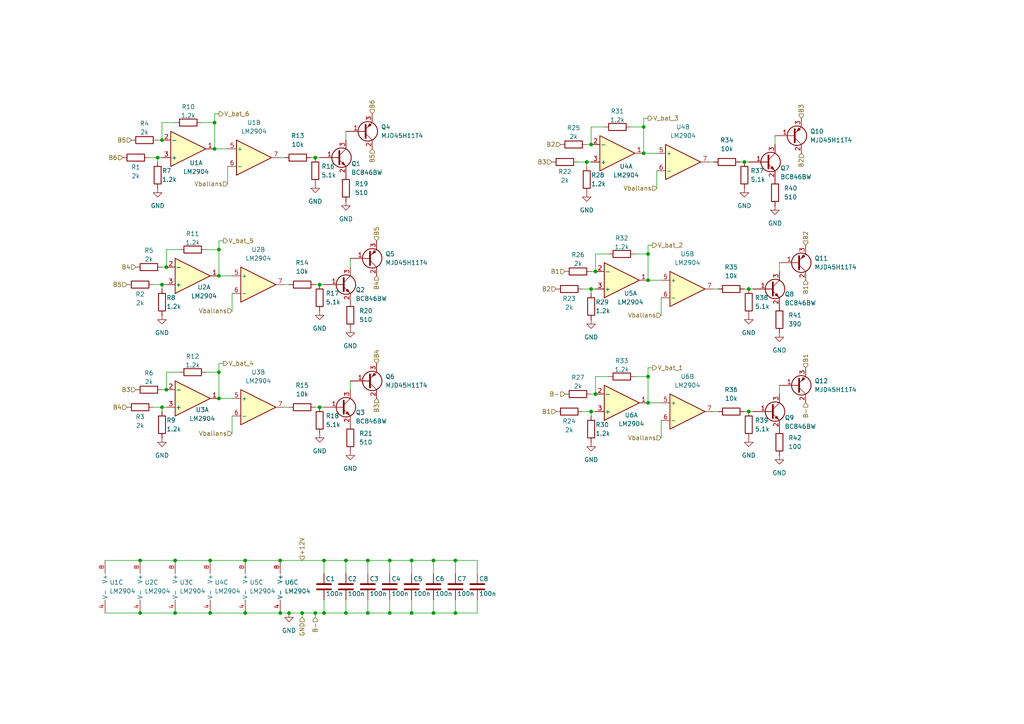
<source format=kicad_sch>
(kicad_sch (version 20231120) (generator "eeschema") (generator_version "8.0")
  (paper "A4")
  (lib_symbols
    (symbol "Amplifier_Operational:LM2904" (pin_names (offset 0.127))
      (property "Reference" "U" (at 0 5.08 0))
      (property "Value" "LM2904" (at 0 -5.08 0))
      (symbol "LM2904_1_1"
        (polyline (pts (xy -5.08 5.08) (xy 5.08 0) (xy -5.08 -5.08) (xy -5.08 5.08)) (stroke (width 0.254)) (fill (type background)))
        (pin output line (at 7.62 0 180) (length 2.54) (name "~") (number "1"))
        (pin input line (at -7.62 -2.54 0) (length 2.54) (name "-") (number "2"))
        (pin input line (at -7.62 2.54 0) (length 2.54) (name "+") (number "3"))
      )
      (symbol "LM2904_2_1"
        (polyline (pts (xy -5.08 5.08) (xy 5.08 0) (xy -5.08 -5.08) (xy -5.08 5.08)) (stroke (width 0.254)) (fill (type background)))
        (pin input line (at -7.62 2.54 0) (length 2.54) (name "+") (number "5"))
        (pin input line (at -7.62 -2.54 0) (length 2.54) (name "-") (number "6"))
        (pin output line (at 7.62 0 180) (length 2.54) (name "~") (number "7"))
      )
      (symbol "LM2904_3_1"
        (pin power_in line (at -2.54 -7.62 90) (length 3.81) (name "V-") (number "4"))
        (pin power_in line (at -2.54 7.62 270) (length 3.81) (name "V+") (number "8"))
      )
    )
    (symbol "Device:C" (pin_numbers hide) (pin_names (offset 0.254))
      (property "Reference" "C" (at 0.635 2.54 0))
      (property "Value" "C" (at 0.635 -2.54 0))
      (symbol "C_0_1"
        (polyline (pts (xy -2.032 -0.762) (xy 2.032 -0.762)) (stroke (width 0.508)))
        (polyline (pts (xy -2.032 0.762) (xy 2.032 0.762)) (stroke (width 0.508)))
      )
      (symbol "C_1_1"
        (pin passive line (at 0 3.81 270) (length 2.794) (name "~") (number "1"))
        (pin passive line (at 0 -3.81 90) (length 2.794) (name "~") (number "2"))
      )
    )
    (symbol "Device:Q_PNP_BCE" (pin_names (offset 0) hide)
      (property "Reference" "Q" (at 5.08 1.27 0))
      (property "Value" "Q_PNP_BCE" (at 5.08 -1.27 0))
      (symbol "Q_PNP_BCE_0_1"
        (polyline (pts (xy 0.635 0.635) (xy 2.54 2.54)))
        (polyline (pts (xy 0.635 -0.635) (xy 2.54 -2.54) (xy 2.54 -2.54)))
        (polyline (pts (xy 0.635 1.905) (xy 0.635 -1.905) (xy 0.635 -1.905)) (stroke (width 0.508)))
        (polyline (pts (xy 2.286 -1.778) (xy 1.778 -2.286) (xy 1.27 -1.27) (xy 2.286 -1.778) (xy 2.286 -1.778)) (fill (type outline)))
        (circle (center 1.27 0) (radius 2.8194) (stroke (width 0.254)))
      )
      (symbol "Q_PNP_BCE_1_1"
        (pin input line (at -5.08 0 0) (length 5.715) (name "B") (number "1"))
        (pin passive line (at 2.54 5.08 270) (length 2.54) (name "C") (number "2"))
        (pin passive line (at 2.54 -5.08 90) (length 2.54) (name "E") (number "3"))
      )
    )
    (symbol "Device:R" (pin_numbers hide) (pin_names (offset 0))
      (property "Reference" "R" (at 2.032 0 90))
      (property "Value" "R" (at 0 0 90))
      (symbol "R_0_1"
        (rectangle (start -1.016 -2.54) (end 1.016 2.54) (stroke (width 0.254)))
      )
      (symbol "R_1_1"
        (pin passive line (at 0 3.81 270) (length 1.27) (name "~") (number "1"))
        (pin passive line (at 0 -3.81 90) (length 1.27) (name "~") (number "2"))
      )
    )
    (symbol "Transistor_BJT:BC846" (pin_names (offset 0) hide)
      (property "Reference" "Q" (at 5.08 1.905 0))
      (property "Value" "BC846" (at 5.08 0 0))
      (symbol "BC846_0_1"
        (polyline (pts (xy 0.635 0.635) (xy 2.54 2.54)))
        (polyline (pts (xy 0.635 -0.635) (xy 2.54 -2.54) (xy 2.54 -2.54)))
        (polyline (pts (xy 0.635 1.905) (xy 0.635 -1.905) (xy 0.635 -1.905)) (stroke (width 0.508)))
        (polyline (pts (xy 1.27 -1.778) (xy 1.778 -1.27) (xy 2.286 -2.286) (xy 1.27 -1.778) (xy 1.27 -1.778)) (fill (type outline)))
        (circle (center 1.27 0) (radius 2.8194) (stroke (width 0.254)))
      )
      (symbol "BC846_1_1"
        (pin input line (at -5.08 0 0) (length 5.715) (name "B") (number "1"))
        (pin passive line (at 2.54 -5.08 90) (length 2.54) (name "E") (number "2"))
        (pin passive line (at 2.54 5.08 270) (length 2.54) (name "C") (number "3"))
      )
    )
    (symbol "power:GND" (power) (pin_numbers hide) (pin_names (offset 0) hide)
      (property "Value" "GND" (at 0 -3.81 0))
      (symbol "GND_0_1"
        (polyline (pts (xy 0 0) (xy 0 -1.27) (xy 1.27 -1.27) (xy 0 -2.54) (xy -1.27 -1.27) (xy 0 -1.27)))
      )
      (symbol "GND_1_1"
        (pin power_in line (at 0 0 270) (length 0) (name "~") (number "1"))
      )
    )
  )
  (junction (at 63.5 115.57))
  (junction (at 171.45 41.91))
  (junction (at 46.99 82.55))
  (junction (at 60.96 177.8))
  (junction (at 215.9 46.99))
  (junction (at 81.28 162.56))
  (junction (at 63.5 107.95))
  (junction (at 62.23 35.56))
  (junction (at 62.23 43.18))
  (junction (at 83.82 177.8))
  (junction (at 63.5 80.01))
  (junction (at 91.44 177.8))
  (junction (at 40.64 162.56))
  (junction (at 48.26 77.47))
  (junction (at 100.33 162.56))
  (junction (at 187.96 81.28))
  (junction (at 217.17 119.38))
  (junction (at 45.72 45.72))
  (junction (at 113.03 162.56))
  (junction (at 93.98 162.56))
  (junction (at 113.03 177.8))
  (junction (at 60.96 162.56))
  (junction (at 119.38 162.56))
  (junction (at 106.68 177.8))
  (junction (at 93.98 177.8))
  (junction (at 46.99 40.64))
  (junction (at 171.45 119.38))
  (junction (at 119.38 177.8))
  (junction (at 186.69 44.45))
  (junction (at 170.18 46.99))
  (junction (at 187.96 73.66))
  (junction (at 171.45 83.82))
  (junction (at 40.64 177.8))
  (junction (at 87.63 177.8))
  (junction (at 125.73 177.8))
  (junction (at 187.96 109.22))
  (junction (at 217.17 83.82))
  (junction (at 50.8 177.8))
  (junction (at 46.99 118.11))
  (junction (at 81.28 177.8))
  (junction (at 100.33 177.8))
  (junction (at 172.72 78.74))
  (junction (at 172.72 114.3))
  (junction (at 71.12 177.8))
  (junction (at 187.96 116.84))
  (junction (at 50.8 162.56))
  (junction (at 186.69 36.83))
  (junction (at 63.5 72.39))
  (junction (at 91.44 45.72))
  (junction (at 48.26 113.03))
  (junction (at 92.71 82.55))
  (junction (at 106.68 162.56))
  (junction (at 132.08 162.56))
  (junction (at 125.73 162.56))
  (junction (at 132.08 177.8))
  (junction (at 92.71 118.11))
  (junction (at 71.12 162.56))
  (wire (pts (xy 71.12 162.56) (xy 81.28 162.56)))
  (wire (pts (xy 83.82 177.8) (xy 87.63 177.8)))
  (wire (pts (xy 171.45 83.82) (xy 171.45 85.09)))
  (wire (pts (xy 172.72 73.66) (xy 176.53 73.66)))
  (wire (pts (xy 132.08 162.56) (xy 132.08 166.37)))
  (wire (pts (xy 172.72 109.22) (xy 172.72 114.3)))
  (wire (pts (xy 48.26 107.95) (xy 52.07 107.95)))
  (wire (pts (xy 91.44 82.55) (xy 92.71 82.55)))
  (wire (pts (xy 171.45 36.83) (xy 175.26 36.83)))
  (wire (pts (xy 48.26 82.55) (xy 46.99 82.55)))
  (wire (pts (xy 184.15 73.66) (xy 187.96 73.66)))
  (wire (pts (xy 132.08 162.56) (xy 138.43 162.56)))
  (wire (pts (xy 172.72 83.82) (xy 171.45 83.82)))
  (wire (pts (xy 40.64 162.56) (xy 50.8 162.56)))
  (wire (pts (xy 62.23 35.56) (xy 62.23 43.18)))
  (wire (pts (xy 62.23 33.02) (xy 62.23 35.56)))
  (wire (pts (xy 113.03 162.56) (xy 113.03 166.37)))
  (wire (pts (xy 226.06 76.2) (xy 226.06 78.74)))
  (wire (pts (xy 63.5 72.39) (xy 63.5 80.01)))
  (wire (pts (xy 63.5 105.41) (xy 63.5 107.95)))
  (wire (pts (xy 93.98 162.56) (xy 93.98 166.37)))
  (wire (pts (xy 171.45 46.99) (xy 170.18 46.99)))
  (wire (pts (xy 113.03 177.8) (xy 119.38 177.8)))
  (wire (pts (xy 44.45 118.11) (xy 46.99 118.11)))
  (wire (pts (xy 46.99 35.56) (xy 50.8 35.56)))
  (wire (pts (xy 215.9 83.82) (xy 217.17 83.82)))
  (wire (pts (xy 82.55 82.55) (xy 83.82 82.55)))
  (wire (pts (xy 170.18 46.99) (xy 170.18 48.26)))
  (wire (pts (xy 93.98 173.99) (xy 93.98 177.8)))
  (wire (pts (xy 66.04 48.26) (xy 66.04 53.34)))
  (wire (pts (xy 63.5 69.85) (xy 64.77 69.85)))
  (wire (pts (xy 87.63 177.8) (xy 87.63 179.07)))
  (wire (pts (xy 63.5 69.85) (xy 63.5 72.39)))
  (wire (pts (xy 92.71 118.11) (xy 93.98 118.11)))
  (wire (pts (xy 217.17 83.82) (xy 218.44 83.82)))
  (wire (pts (xy 207.01 119.38) (xy 208.28 119.38)))
  (wire (pts (xy 214.63 46.99) (xy 215.9 46.99)))
  (wire (pts (xy 45.72 40.64) (xy 46.99 40.64)))
  (wire (pts (xy 187.96 34.29) (xy 186.69 34.29)))
  (wire (pts (xy 187.96 106.68) (xy 187.96 109.22)))
  (wire (pts (xy 62.23 43.18) (xy 66.04 43.18)))
  (wire (pts (xy 46.99 82.55) (xy 46.99 83.82)))
  (wire (pts (xy 171.45 119.38) (xy 171.45 120.65)))
  (wire (pts (xy 63.5 115.57) (xy 67.31 115.57)))
  (wire (pts (xy 187.96 73.66) (xy 187.96 71.12)))
  (wire (pts (xy 125.73 173.99) (xy 125.73 177.8)))
  (wire (pts (xy 46.99 118.11) (xy 46.99 119.38)))
  (wire (pts (xy 186.69 44.45) (xy 190.5 44.45)))
  (wire (pts (xy 71.12 177.8) (xy 81.28 177.8)))
  (wire (pts (xy 46.99 35.56) (xy 46.99 40.64)))
  (wire (pts (xy 171.45 36.83) (xy 171.45 41.91)))
  (wire (pts (xy 100.33 38.1) (xy 100.33 40.64)))
  (wire (pts (xy 91.44 177.8) (xy 91.44 179.07)))
  (wire (pts (xy 113.03 173.99) (xy 113.03 177.8)))
  (wire (pts (xy 125.73 177.8) (xy 132.08 177.8)))
  (wire (pts (xy 190.5 49.53) (xy 190.5 54.61)))
  (wire (pts (xy 91.44 45.72) (xy 92.71 45.72)))
  (wire (pts (xy 67.31 120.65) (xy 67.31 125.73)))
  (wire (pts (xy 101.6 110.49) (xy 101.6 113.03)))
  (wire (pts (xy 43.18 45.72) (xy 45.72 45.72)))
  (wire (pts (xy 48.26 118.11) (xy 46.99 118.11)))
  (wire (pts (xy 106.68 162.56) (xy 113.03 162.56)))
  (wire (pts (xy 50.8 177.8) (xy 60.96 177.8)))
  (wire (pts (xy 172.72 119.38) (xy 171.45 119.38)))
  (wire (pts (xy 44.45 82.55) (xy 46.99 82.55)))
  (wire (pts (xy 100.33 162.56) (xy 106.68 162.56)))
  (wire (pts (xy 90.17 45.72) (xy 91.44 45.72)))
  (wire (pts (xy 187.96 109.22) (xy 187.96 116.84)))
  (wire (pts (xy 191.77 86.36) (xy 191.77 91.44)))
  (wire (pts (xy 132.08 177.8) (xy 138.43 177.8)))
  (wire (pts (xy 46.99 113.03) (xy 48.26 113.03)))
  (wire (pts (xy 207.01 83.82) (xy 208.28 83.82)))
  (wire (pts (xy 172.72 109.22) (xy 176.53 109.22)))
  (wire (pts (xy 100.33 177.8) (xy 106.68 177.8)))
  (wire (pts (xy 182.88 36.83) (xy 186.69 36.83)))
  (wire (pts (xy 48.26 72.39) (xy 52.07 72.39)))
  (wire (pts (xy 64.77 105.41) (xy 63.5 105.41)))
  (wire (pts (xy 125.73 162.56) (xy 132.08 162.56)))
  (wire (pts (xy 119.38 177.8) (xy 125.73 177.8)))
  (wire (pts (xy 119.38 162.56) (xy 125.73 162.56)))
  (wire (pts (xy 106.68 162.56) (xy 106.68 166.37)))
  (wire (pts (xy 59.69 107.95) (xy 63.5 107.95)))
  (wire (pts (xy 40.64 177.8) (xy 50.8 177.8)))
  (wire (pts (xy 50.8 162.56) (xy 60.96 162.56)))
  (wire (pts (xy 224.79 39.37) (xy 224.79 41.91)))
  (wire (pts (xy 87.63 177.8) (xy 91.44 177.8)))
  (wire (pts (xy 125.73 162.56) (xy 125.73 166.37)))
  (wire (pts (xy 46.99 45.72) (xy 45.72 45.72)))
  (wire (pts (xy 48.26 107.95) (xy 48.26 113.03)))
  (wire (pts (xy 187.96 116.84) (xy 191.77 116.84)))
  (wire (pts (xy 167.64 46.99) (xy 170.18 46.99)))
  (wire (pts (xy 81.28 177.8) (xy 83.82 177.8)))
  (wire (pts (xy 81.28 45.72) (xy 82.55 45.72)))
  (wire (pts (xy 189.23 106.68) (xy 187.96 106.68)))
  (wire (pts (xy 186.69 36.83) (xy 186.69 44.45)))
  (wire (pts (xy 106.68 173.99) (xy 106.68 177.8)))
  (wire (pts (xy 91.44 118.11) (xy 92.71 118.11)))
  (wire (pts (xy 187.96 71.12) (xy 189.23 71.12)))
  (wire (pts (xy 45.72 45.72) (xy 45.72 46.99)))
  (wire (pts (xy 93.98 162.56) (xy 100.33 162.56)))
  (wire (pts (xy 168.91 119.38) (xy 171.45 119.38)))
  (wire (pts (xy 187.96 81.28) (xy 191.77 81.28)))
  (wire (pts (xy 93.98 177.8) (xy 100.33 177.8)))
  (wire (pts (xy 30.48 162.56) (xy 40.64 162.56)))
  (wire (pts (xy 187.96 73.66) (xy 187.96 81.28)))
  (wire (pts (xy 67.31 85.09) (xy 67.31 90.17)))
  (wire (pts (xy 113.03 162.56) (xy 119.38 162.56)))
  (wire (pts (xy 215.9 46.99) (xy 217.17 46.99)))
  (wire (pts (xy 46.99 77.47) (xy 48.26 77.47)))
  (wire (pts (xy 217.17 119.38) (xy 218.44 119.38)))
  (wire (pts (xy 100.33 173.99) (xy 100.33 177.8)))
  (wire (pts (xy 82.55 118.11) (xy 83.82 118.11)))
  (wire (pts (xy 60.96 162.56) (xy 71.12 162.56)))
  (wire (pts (xy 226.06 111.76) (xy 226.06 114.3)))
  (wire (pts (xy 138.43 177.8) (xy 138.43 173.99)))
  (wire (pts (xy 132.08 173.99) (xy 132.08 177.8)))
  (wire (pts (xy 171.45 114.3) (xy 172.72 114.3)))
  (wire (pts (xy 171.45 78.74) (xy 172.72 78.74)))
  (wire (pts (xy 215.9 119.38) (xy 217.17 119.38)))
  (wire (pts (xy 58.42 35.56) (xy 62.23 35.56)))
  (wire (pts (xy 106.68 177.8) (xy 113.03 177.8)))
  (wire (pts (xy 59.69 72.39) (xy 63.5 72.39)))
  (wire (pts (xy 138.43 162.56) (xy 138.43 166.37)))
  (wire (pts (xy 119.38 173.99) (xy 119.38 177.8)))
  (wire (pts (xy 92.71 82.55) (xy 93.98 82.55)))
  (wire (pts (xy 63.5 80.01) (xy 67.31 80.01)))
  (wire (pts (xy 91.44 177.8) (xy 93.98 177.8)))
  (wire (pts (xy 48.26 72.39) (xy 48.26 77.47)))
  (wire (pts (xy 184.15 109.22) (xy 187.96 109.22)))
  (wire (pts (xy 191.77 121.92) (xy 191.77 127)))
  (wire (pts (xy 101.6 74.93) (xy 101.6 77.47)))
  (wire (pts (xy 170.18 41.91) (xy 171.45 41.91)))
  (wire (pts (xy 186.69 34.29) (xy 186.69 36.83)))
  (wire (pts (xy 81.28 162.56) (xy 93.98 162.56)))
  (wire (pts (xy 63.5 107.95) (xy 63.5 115.57)))
  (wire (pts (xy 60.96 177.8) (xy 71.12 177.8)))
  (wire (pts (xy 168.91 83.82) (xy 171.45 83.82)))
  (wire (pts (xy 63.5 33.02) (xy 62.23 33.02)))
  (wire (pts (xy 119.38 162.56) (xy 119.38 166.37)))
  (wire (pts (xy 205.74 46.99) (xy 207.01 46.99)))
  (wire (pts (xy 172.72 73.66) (xy 172.72 78.74)))
  (wire (pts (xy 100.33 162.56) (xy 100.33 166.37)))
  (wire (pts (xy 30.48 177.8) (xy 40.64 177.8)))
  (hierarchical_label "GND" (shape input) (at 87.63 179.07 270))
  (hierarchical_label "Vballans" (shape input) (at 190.5 54.61 180))
  (hierarchical_label "B2" (shape input) (at 233.68 71.12 90))
  (hierarchical_label "B5" (shape input) (at 109.22 69.85 90))
  (hierarchical_label "V_bat_2" (shape output) (at 189.23 71.12 0))
  (hierarchical_label "V_bat_6" (shape output) (at 63.5 33.02 0))
  (hierarchical_label "B6" (shape input) (at 35.56 45.72 180))
  (hierarchical_label "B-" (shape input) (at 233.68 116.84 270))
  (hierarchical_label "B1" (shape input) (at 163.83 78.74 180))
  (hierarchical_label "B4" (shape input) (at 39.37 77.47 180))
  (hierarchical_label "B3" (shape input) (at 232.41 34.29 90))
  (hierarchical_label "B5" (shape input) (at 36.83 82.55 180))
  (hierarchical_label "B1" (shape input) (at 233.68 106.68 90))
  (hierarchical_label "B5" (shape input) (at 38.1 40.64 180))
  (hierarchical_label "B4" (shape input) (at 109.22 105.41 90))
  (hierarchical_label "B3" (shape input) (at 109.22 115.57 270))
  (hierarchical_label "B-" (shape input) (at 163.83 114.3 180))
  (hierarchical_label "B1" (shape input) (at 233.68 81.28 270))
  (hierarchical_label "B5" (shape input) (at 107.95 43.18 270))
  (hierarchical_label "V_bat_1" (shape output) (at 189.23 106.68 0))
  (hierarchical_label "B2" (shape input) (at 162.56 41.91 180))
  (hierarchical_label "B-" (shape input) (at 91.44 179.07 270))
  (hierarchical_label "V_bat_4" (shape output) (at 64.77 105.41 0))
  (hierarchical_label "B2" (shape input) (at 161.29 83.82 180))
  (hierarchical_label "V_bat_5" (shape output) (at 64.77 69.85 0))
  (hierarchical_label "Vballans" (shape input) (at 191.77 127 180))
  (hierarchical_label "B3" (shape input) (at 39.37 113.03 180))
  (hierarchical_label "B3" (shape input) (at 160.02 46.99 180))
  (hierarchical_label "+12V" (shape input) (at 87.63 162.56 90))
  (hierarchical_label "V_bat_3" (shape output) (at 187.96 34.29 0))
  (hierarchical_label "Vballans" (shape input) (at 67.31 125.73 180))
  (hierarchical_label "B4" (shape input) (at 109.22 80.01 270))
  (hierarchical_label "Vballans" (shape input) (at 67.31 90.17 180))
  (hierarchical_label "B4" (shape input) (at 36.83 118.11 180))
  (hierarchical_label "B2" (shape input) (at 232.41 44.45 270))
  (hierarchical_label "B6" (shape input) (at 107.95 33.02 90))
  (hierarchical_label "B1" (shape input) (at 161.29 119.38 180))
  (hierarchical_label "Vballans" (shape input) (at 191.77 91.44 180))
  (hierarchical_label "Vballans" (shape input) (at 66.04 53.34 180))
  (symbol (lib_id "power:GND") (at 226.06 132.08 0) (unit 1)
    (property "Reference" "#PWR021" (effects (hide yes)))
    (property "Value" "GND" (at 226.06 137.16 0))
    (property "Description" "Power symbol creates a global label with name \"GND\" , ground" (effects (hide yes)))
  )
  (symbol (lib_id "Device:R") (at 166.37 41.91 90) (unit 1)
    (property "Reference" "R25" (at 166.37 37.084 90))
    (property "Value" "2k" (at 166.37 39.624 90))
    (property "Footprint" "Resistor_SMD:R_0805_2012Metric_Pad1.20x1.40mm_HandSolder" (effects (hide yes)))
    (property "Description" "Resistor" (effects (hide yes)))
  )
  (symbol (lib_id "Device:R") (at 163.83 46.99 90) (unit 1)
    (property "Reference" "R22" (at 163.83 49.784 90))
    (property "Value" "2k" (at 163.83 52.324 90))
    (property "Footprint" "Resistor_SMD:R_0805_2012Metric_Pad1.20x1.40mm_HandSolder" (effects (hide yes)))
    (property "Description" "Resistor" (effects (hide yes)))
  )
  (symbol (lib_id "Device:Q_PNP_BCE") (at 105.41 38.1 0) (mirror x) (unit 1)
    (property "Reference" "Q4" (at 110.49 36.8299 0) (effects (justify left)))
    (property "Value" "MJD45H11T4" (at 110.49 39.3699 0) (effects (justify left)))
    (property "Footprint" "Package_TO_SOT_SMD:TO-252-2" (effects (hide yes)))
    (property "Description" "PNP transistor, base/collector/emitter" (effects (hide yes)))
  )
  (symbol (lib_id "power:GND") (at 92.71 90.17 0) (unit 1)
    (property "Reference" "#PWR06" (effects (hide yes)))
    (property "Value" "GND" (at 92.71 95.25 0))
    (property "Description" "Power symbol creates a global label with name \"GND\" , ground" (effects (hide yes)))
  )
  (symbol (lib_id "Device:R") (at 165.1 83.82 90) (unit 1)
    (property "Reference" "R23" (at 165.1 86.614 90))
    (property "Value" "2k" (at 165.1 89.154 90))
    (property "Footprint" "Resistor_SMD:R_0805_2012Metric_Pad1.20x1.40mm_HandSolder" (effects (hide yes)))
    (property "Description" "Resistor" (effects (hide yes)))
  )
  (symbol (lib_id "Device:Q_PNP_BCE") (at 106.68 110.49 0) (mirror x) (unit 1)
    (property "Reference" "Q6" (at 111.76 109.2199 0) (effects (justify left)))
    (property "Value" "MJD45H11T4" (at 111.76 111.7599 0) (effects (justify left)))
    (property "Footprint" "Package_TO_SOT_SMD:TO-252-2" (effects (hide yes)))
    (property "Description" "PNP transistor, base/collector/emitter" (effects (hide yes)))
  )
  (symbol (lib_id "Amplifier_Operational:LM2904") (at 199.39 119.38 0) (unit 2)
    (property "Reference" "U6" (at 199.39 109.22 0))
    (property "Value" "LM2904" (at 199.39 111.76 0))
    (property "Footprint" "Package_SO:SO-8_3.9x4.9mm_P1.27mm" (effects (hide yes)))
    (property "Datasheet" "http://www.ti.com/lit/ds/symlink/lm358.pdf" (effects (hide yes)))
    (property "Description" "Dual Operational Amplifiers, DIP-8/SOIC-8/TSSOP-8/VSSOP-8" (effects (hide yes)))
  )
  (symbol (lib_id "power:GND") (at 217.17 91.44 0) (unit 1)
    (property "Reference" "#PWR017" (effects (hide yes)))
    (property "Value" "GND" (at 217.17 96.52 0))
    (property "Description" "Power symbol creates a global label with name \"GND\" , ground" (effects (hide yes)))
  )
  (symbol (lib_id "power:GND") (at 171.45 128.27 0) (unit 1)
    (property "Reference" "#PWR015" (effects (hide yes)))
    (property "Value" "GND" (at 171.45 133.35 0))
    (property "Description" "Power symbol creates a global label with name \"GND\" , ground" (effects (hide yes)))
  )
  (symbol (lib_id "Device:R") (at 226.06 128.27 180) (unit 1)
    (property "Reference" "R42" (at 228.6304 126.9999 0) (effects (justify right)))
    (property "Value" "100" (at 228.6304 129.5399 0) (effects (justify right)))
    (property "Footprint" "Resistor_SMD:R_0805_2012Metric_Pad1.20x1.40mm_HandSolder" (effects (hide yes)))
    (property "Description" "Resistor" (effects (hide yes)))
  )
  (symbol (lib_id "power:GND") (at 217.17 127 0) (unit 1)
    (property "Reference" "#PWR018" (effects (hide yes)))
    (property "Value" "GND" (at 217.17 132.08 0))
    (property "Description" "Power symbol creates a global label with name \"GND\" , ground" (effects (hide yes)))
  )
  (symbol (lib_id "Amplifier_Operational:LM2904") (at 43.18 170.18 0) (unit 3)
    (property "Reference" "U2" (at 41.91 168.9099 0) (effects (justify left)))
    (property "Value" "LM2904" (at 41.91 171.4499 0) (effects (justify left)))
    (property "Footprint" "Package_SO:SO-8_3.9x4.9mm_P1.27mm" (effects (hide yes)))
    (property "Datasheet" "http://www.ti.com/lit/ds/symlink/lm358.pdf" (effects (hide yes)))
    (property "Description" "Dual Operational Amplifiers, DIP-8/SOIC-8/TSSOP-8/VSSOP-8" (effects (hide yes)))
  )
  (symbol (lib_id "Device:R") (at 92.71 121.92 180) (unit 1)
    (property "Reference" "R18" (at 94.4925 120.6499 0) (effects (justify right)))
    (property "Value" "5.1k" (at 94.4925 123.1899 0) (effects (justify right)))
    (property "Footprint" "Resistor_SMD:R_0805_2012Metric_Pad1.20x1.40mm_HandSolder" (effects (hide yes)))
    (property "Description" "Resistor" (effects (hide yes)))
  )
  (symbol (lib_id "Device:R") (at 179.07 36.83 90) (unit 1)
    (property "Reference" "R31" (at 179.07 32.258 90))
    (property "Value" "1.2k" (at 179.07 34.798 90))
    (property "Footprint" "Resistor_SMD:R_0805_2012Metric_Pad1.20x1.40mm_HandSolder" (effects (hide yes)))
    (property "Description" "Resistor" (effects (hide yes)))
  )
  (symbol (lib_id "Device:C") (at 106.68 170.18 0) (unit 1)
    (property "Reference" "C3" (at 107.188 167.894 0) (effects (justify left)))
    (property "Value" "100n" (at 107.188 172.212 0) (effects (justify left)))
    (property "Footprint" "Capacitor_SMD:C_0805_2012Metric_Pad1.18x1.45mm_HandSolder" (effects (hide yes)))
    (property "Description" "Unpolarized capacitor" (effects (hide yes)))
  )
  (symbol (lib_id "power:GND") (at 101.6 95.25 0) (unit 1)
    (property "Reference" "#PWR09" (effects (hide yes)))
    (property "Value" "GND" (at 101.6 100.33 0))
    (property "Description" "Power symbol creates a global label with name \"GND\" , ground" (effects (hide yes)))
  )
  (symbol (lib_id "Device:R") (at 217.17 87.63 180) (unit 1)
    (property "Reference" "R38" (at 218.9525 86.3599 0) (effects (justify right)))
    (property "Value" "5.1k" (at 218.9525 88.8999 0) (effects (justify right)))
    (property "Footprint" "Resistor_SMD:R_0805_2012Metric_Pad1.20x1.40mm_HandSolder" (effects (hide yes)))
    (property "Description" "Resistor" (effects (hide yes)))
  )
  (symbol (lib_id "Device:R") (at 43.18 113.03 90) (unit 1)
    (property "Reference" "R6" (at 43.18 108.204 90))
    (property "Value" "2k" (at 43.18 110.744 90))
    (property "Footprint" "Resistor_SMD:R_0805_2012Metric_Pad1.20x1.40mm_HandSolder" (effects (hide yes)))
    (property "Description" "Resistor" (effects (hide yes)))
  )
  (symbol (lib_id "Amplifier_Operational:LM2904") (at 180.34 116.84 0) (mirror x) (unit 1)
    (property "Reference" "U6" (at 183.134 120.396 0))
    (property "Value" "LM2904" (at 183.134 122.936 0))
    (property "Footprint" "Package_SO:SO-8_3.9x4.9mm_P1.27mm" (effects (hide yes)))
    (property "Datasheet" "http://www.ti.com/lit/ds/symlink/lm358.pdf" (effects (hide yes)))
    (property "Description" "Dual Operational Amplifiers, DIP-8/SOIC-8/TSSOP-8/VSSOP-8" (effects (hide yes)))
  )
  (symbol (lib_id "Amplifier_Operational:LM2904") (at 55.88 115.57 0) (mirror x) (unit 1)
    (property "Reference" "U3" (at 58.674 118.872 0))
    (property "Value" "LM2904" (at 58.674 121.412 0))
    (property "Footprint" "Package_SO:SO-8_3.9x4.9mm_P1.27mm" (effects (hide yes)))
    (property "Datasheet" "http://www.ti.com/lit/ds/symlink/lm358.pdf" (effects (hide yes)))
    (property "Description" "Dual Operational Amplifiers, DIP-8/SOIC-8/TSSOP-8/VSSOP-8" (effects (hide yes)))
  )
  (symbol (lib_id "Device:R") (at 40.64 118.11 90) (unit 1)
    (property "Reference" "R3" (at 40.64 120.904 90))
    (property "Value" "2k" (at 40.64 123.444 90))
    (property "Footprint" "Resistor_SMD:R_0805_2012Metric_Pad1.20x1.40mm_HandSolder" (effects (hide yes)))
    (property "Description" "Resistor" (effects (hide yes)))
  )
  (symbol (lib_id "Device:R") (at 215.9 50.8 180) (unit 1)
    (property "Reference" "R37" (at 217.6825 49.5299 0) (effects (justify right)))
    (property "Value" "5.1k" (at 217.6825 52.0699 0) (effects (justify right)))
    (property "Footprint" "Resistor_SMD:R_0805_2012Metric_Pad1.20x1.40mm_HandSolder" (effects (hide yes)))
    (property "Description" "Resistor" (effects (hide yes)))
  )
  (symbol (lib_id "Device:R") (at 86.36 45.72 90) (unit 1)
    (property "Reference" "R13" (at 86.36 39.37 90))
    (property "Value" "10k" (at 86.36 41.91 90))
    (property "Footprint" "Resistor_SMD:R_0805_2012Metric_Pad1.20x1.40mm_HandSolder" (effects (hide yes)))
    (property "Description" "Resistor" (effects (hide yes)))
  )
  (symbol (lib_id "Device:R") (at 40.64 82.55 90) (unit 1)
    (property "Reference" "R2" (at 40.64 85.344 90))
    (property "Value" "2k" (at 40.64 87.884 90))
    (property "Footprint" "Resistor_SMD:R_0805_2012Metric_Pad1.20x1.40mm_HandSolder" (effects (hide yes)))
    (property "Description" "Resistor" (effects (hide yes)))
  )
  (symbol (lib_id "Device:Q_PNP_BCE") (at 231.14 76.2 0) (mirror x) (unit 1)
    (property "Reference" "Q11" (at 236.22 74.9299 0) (effects (justify left)))
    (property "Value" "MJD45H11T4" (at 236.22 77.4699 0) (effects (justify left)))
    (property "Footprint" "Package_TO_SOT_SMD:TO-252-2" (effects (hide yes)))
    (property "Description" "PNP transistor, base/collector/emitter" (effects (hide yes)))
  )
  (symbol (lib_id "Device:R") (at 101.6 127 180) (unit 1)
    (property "Reference" "R21" (at 104.1704 125.7299 0) (effects (justify right)))
    (property "Value" "510" (at 104.1704 128.2699 0) (effects (justify right)))
    (property "Footprint" "Resistor_SMD:R_0805_2012Metric_Pad1.20x1.40mm_HandSolder" (effects (hide yes)))
    (property "Description" "Resistor" (effects (hide yes)))
  )
  (symbol (lib_id "Device:R") (at 212.09 83.82 90) (unit 1)
    (property "Reference" "R35" (at 212.09 77.47 90))
    (property "Value" "10k" (at 212.09 80.01 90))
    (property "Footprint" "Resistor_SMD:R_0805_2012Metric_Pad1.20x1.40mm_HandSolder" (effects (hide yes)))
    (property "Description" "Resistor" (effects (hide yes)))
  )
  (symbol (lib_id "Device:R") (at 170.18 52.07 0) (unit 1)
    (property "Reference" "R28" (at 171.45 50.8 0) (effects (justify left)))
    (property "Value" "1.2k" (at 171.45 53.34 0) (effects (justify left)))
    (property "Footprint" "Resistor_SMD:R_0805_2012Metric_Pad1.20x1.40mm_HandSolder" (effects (hide yes)))
    (property "Description" "Resistor" (effects (hide yes)))
  )
  (symbol (lib_id "Amplifier_Operational:LM2904") (at 198.12 46.99 0) (unit 2)
    (property "Reference" "U4" (at 198.12 36.83 0))
    (property "Value" "LM2904" (at 198.12 39.37 0))
    (property "Footprint" "Package_SO:SO-8_3.9x4.9mm_P1.27mm" (effects (hide yes)))
    (property "Datasheet" "http://www.ti.com/lit/ds/symlink/lm358.pdf" (effects (hide yes)))
    (property "Description" "Dual Operational Amplifiers, DIP-8/SOIC-8/TSSOP-8/VSSOP-8" (effects (hide yes)))
  )
  (symbol (lib_id "power:GND") (at 101.6 130.81 0) (unit 1)
    (property "Reference" "#PWR010" (effects (hide yes)))
    (property "Value" "GND" (at 101.6 135.89 0))
    (property "Description" "Power symbol creates a global label with name \"GND\" , ground" (effects (hide yes)))
  )
  (symbol (lib_id "Transistor_BJT:BC846") (at 99.06 118.11 0) (unit 1)
    (property "Reference" "Q3" (at 103.124 119.634 0) (effects (justify left)))
    (property "Value" "BC846BW" (at 103.124 122.174 0) (effects (justify left)))
    (property "Footprint" "Package_TO_SOT_SMD:SOT-323_SC-70" (effects (hide yes)))
    (property "Datasheet" "https://assets.nexperia.com/documents/data-sheet/BC846_SER.pdf" (effects (hide yes)))
    (property "Description" "0.1A Ic, 65V Vce, NPN Transistor, SOT-23" (effects (hide yes)))
  )
  (symbol (lib_id "Amplifier_Operational:LM2904") (at 33.02 170.18 0) (unit 3)
    (property "Reference" "U1" (at 31.75 168.9099 0) (effects (justify left)))
    (property "Value" "LM2904" (at 31.75 171.4499 0) (effects (justify left)))
    (property "Footprint" "Package_SO:SO-8_3.9x4.9mm_P1.27mm" (effects (hide yes)))
    (property "Datasheet" "http://www.ti.com/lit/ds/symlink/lm358.pdf" (effects (hide yes)))
    (property "Description" "Dual Operational Amplifiers, DIP-8/SOIC-8/TSSOP-8/VSSOP-8" (effects (hide yes)))
  )
  (symbol (lib_id "power:GND") (at 171.45 92.71 0) (unit 1)
    (property "Reference" "#PWR014" (effects (hide yes)))
    (property "Value" "GND" (at 171.45 97.79 0))
    (property "Description" "Power symbol creates a global label with name \"GND\" , ground" (effects (hide yes)))
  )
  (symbol (lib_id "Device:R") (at 101.6 91.44 180) (unit 1)
    (property "Reference" "R20" (at 104.1704 90.1699 0) (effects (justify right)))
    (property "Value" "510" (at 104.1704 92.7099 0) (effects (justify right)))
    (property "Footprint" "Resistor_SMD:R_0805_2012Metric_Pad1.20x1.40mm_HandSolder" (effects (hide yes)))
    (property "Description" "Resistor" (effects (hide yes)))
  )
  (symbol (lib_id "Device:R") (at 226.06 92.71 180) (unit 1)
    (property "Reference" "R41" (at 228.6304 91.4399 0) (effects (justify right)))
    (property "Value" "390" (at 228.6304 93.9799 0) (effects (justify right)))
    (property "Footprint" "Resistor_SMD:R_0805_2012Metric_Pad1.20x1.40mm_HandSolder" (effects (hide yes)))
    (property "Description" "Resistor" (effects (hide yes)))
  )
  (symbol (lib_id "Device:R") (at 167.64 78.74 90) (unit 1)
    (property "Reference" "R26" (at 167.64 73.914 90))
    (property "Value" "2k" (at 167.64 76.454 90))
    (property "Footprint" "Resistor_SMD:R_0805_2012Metric_Pad1.20x1.40mm_HandSolder" (effects (hide yes)))
    (property "Description" "Resistor" (effects (hide yes)))
  )
  (symbol (lib_id "Device:R") (at 91.44 49.53 180) (unit 1)
    (property "Reference" "R16" (at 93.2225 48.2599 0) (effects (justify right)))
    (property "Value" "5.1k" (at 93.2225 50.7999 0) (effects (justify right)))
    (property "Footprint" "Resistor_SMD:R_0805_2012Metric_Pad1.20x1.40mm_HandSolder" (effects (hide yes)))
    (property "Description" "Resistor" (effects (hide yes)))
  )
  (symbol (lib_id "Device:C") (at 119.38 170.18 0) (unit 1)
    (property "Reference" "C5" (at 119.888 167.894 0) (effects (justify left)))
    (property "Value" "100n" (at 119.888 172.212 0) (effects (justify left)))
    (property "Footprint" "Capacitor_SMD:C_0805_2012Metric_Pad1.18x1.45mm_HandSolder" (effects (hide yes)))
    (property "Description" "Unpolarized capacitor" (effects (hide yes)))
  )
  (symbol (lib_id "Device:R") (at 212.09 119.38 90) (unit 1)
    (property "Reference" "R36" (at 212.09 113.03 90))
    (property "Value" "10k" (at 212.09 115.57 90))
    (property "Footprint" "Resistor_SMD:R_0805_2012Metric_Pad1.20x1.40mm_HandSolder" (effects (hide yes)))
    (property "Description" "Resistor" (effects (hide yes)))
  )
  (symbol (lib_id "Device:C") (at 93.98 170.18 0) (unit 1)
    (property "Reference" "C1" (at 94.488 167.894 0) (effects (justify left)))
    (property "Value" "100n" (at 94.488 172.212 0) (effects (justify left)))
    (property "Footprint" "Capacitor_SMD:C_0805_2012Metric_Pad1.18x1.45mm_HandSolder" (effects (hide yes)))
    (property "Description" "Unpolarized capacitor" (effects (hide yes)))
  )
  (symbol (lib_id "Amplifier_Operational:LM2904") (at 73.66 45.72 0) (unit 2)
    (property "Reference" "U1" (at 73.66 35.56 0))
    (property "Value" "LM2904" (at 73.66 38.1 0))
    (property "Footprint" "Package_SO:SO-8_3.9x4.9mm_P1.27mm" (effects (hide yes)))
    (property "Datasheet" "http://www.ti.com/lit/ds/symlink/lm358.pdf" (effects (hide yes)))
    (property "Description" "Dual Operational Amplifiers, DIP-8/SOIC-8/TSSOP-8/VSSOP-8" (effects (hide yes)))
  )
  (symbol (lib_id "Device:R") (at 171.45 88.9 0) (unit 1)
    (property "Reference" "R29" (at 172.72 87.63 0) (effects (justify left)))
    (property "Value" "1.2k" (at 172.72 90.17 0) (effects (justify left)))
    (property "Footprint" "Resistor_SMD:R_0805_2012Metric_Pad1.20x1.40mm_HandSolder" (effects (hide yes)))
    (property "Description" "Resistor" (effects (hide yes)))
  )
  (symbol (lib_id "Amplifier_Operational:LM2904") (at 180.34 81.28 0) (mirror x) (unit 1)
    (property "Reference" "U5" (at 182.88 85.09 0))
    (property "Value" "LM2904" (at 182.88 87.63 0))
    (property "Footprint" "Package_SO:SO-8_3.9x4.9mm_P1.27mm" (effects (hide yes)))
    (property "Datasheet" "http://www.ti.com/lit/ds/symlink/lm358.pdf" (effects (hide yes)))
    (property "Description" "Dual Operational Amplifiers, DIP-8/SOIC-8/TSSOP-8/VSSOP-8" (effects (hide yes)))
  )
  (symbol (lib_id "Transistor_BJT:BC846") (at 97.79 45.72 0) (unit 1)
    (property "Reference" "Q1" (at 101.854 47.498 0) (effects (justify left)))
    (property "Value" "BC846BW" (at 101.854 50.038 0) (effects (justify left)))
    (property "Footprint" "Package_TO_SOT_SMD:SOT-323_SC-70" (effects (hide yes)))
    (property "Datasheet" "https://assets.nexperia.com/documents/data-sheet/BC846_SER.pdf" (effects (hide yes)))
    (property "Description" "0.1A Ic, 65V Vce, NPN Transistor, SOT-23" (effects (hide yes)))
  )
  (symbol (lib_id "Device:C") (at 138.43 170.18 0) (unit 1)
    (property "Reference" "C8" (at 138.938 167.894 0) (effects (justify left)))
    (property "Value" "100n" (at 138.938 172.212 0) (effects (justify left)))
    (property "Footprint" "Capacitor_SMD:C_0805_2012Metric_Pad1.18x1.45mm_HandSolder" (effects (hide yes)))
    (property "Description" "Unpolarized capacitor" (effects (hide yes)))
  )
  (symbol (lib_id "Device:R") (at 46.99 87.63 0) (unit 1)
    (property "Reference" "R8" (at 48.26 86.36 0) (effects (justify left)))
    (property "Value" "1.2k" (at 48.26 88.9 0) (effects (justify left)))
    (property "Footprint" "Resistor_SMD:R_0805_2012Metric_Pad1.20x1.40mm_HandSolder" (effects (hide yes)))
    (property "Description" "Resistor" (effects (hide yes)))
  )
  (symbol (lib_id "power:GND") (at 170.18 55.88 0) (unit 1)
    (property "Reference" "#PWR013" (effects (hide yes)))
    (property "Value" "GND" (at 170.18 60.96 0))
    (property "Description" "Power symbol creates a global label with name \"GND\" , ground" (effects (hide yes)))
  )
  (symbol (lib_id "Device:R") (at 41.91 40.64 90) (unit 1)
    (property "Reference" "R4" (at 41.91 35.814 90))
    (property "Value" "2k" (at 41.91 38.354 90))
    (property "Footprint" "Resistor_SMD:R_0805_2012Metric_Pad1.20x1.40mm_HandSolder" (effects (hide yes)))
    (property "Description" "Resistor" (effects (hide yes)))
  )
  (symbol (lib_id "Transistor_BJT:BC846") (at 222.25 46.99 0) (unit 1)
    (property "Reference" "Q7" (at 226.314 48.768 0) (effects (justify left)))
    (property "Value" "BC846BW" (at 226.314 51.308 0) (effects (justify left)))
    (property "Footprint" "Package_TO_SOT_SMD:SOT-323_SC-70" (effects (hide yes)))
    (property "Datasheet" "https://assets.nexperia.com/documents/data-sheet/BC846_SER.pdf" (effects (hide yes)))
    (property "Description" "0.1A Ic, 65V Vce, NPN Transistor, SOT-23" (effects (hide yes)))
  )
  (symbol (lib_id "Device:R") (at 180.34 73.66 90) (unit 1)
    (property "Reference" "R32" (at 180.34 69.088 90))
    (property "Value" "1.2k" (at 180.34 71.628 90))
    (property "Footprint" "Resistor_SMD:R_0805_2012Metric_Pad1.20x1.40mm_HandSolder" (effects (hide yes)))
    (property "Description" "Resistor" (effects (hide yes)))
  )
  (symbol (lib_id "Transistor_BJT:BC846") (at 99.06 82.55 0) (unit 1)
    (property "Reference" "Q2" (at 103.124 84.074 0) (effects (justify left)))
    (property "Value" "BC846BW" (at 103.124 86.614 0) (effects (justify left)))
    (property "Footprint" "Package_TO_SOT_SMD:SOT-323_SC-70" (effects (hide yes)))
    (property "Datasheet" "https://assets.nexperia.com/documents/data-sheet/BC846_SER.pdf" (effects (hide yes)))
    (property "Description" "0.1A Ic, 65V Vce, NPN Transistor, SOT-23" (effects (hide yes)))
  )
  (symbol (lib_id "Device:R") (at 167.64 114.3 90) (unit 1)
    (property "Reference" "R27" (at 167.64 109.474 90))
    (property "Value" "2k" (at 167.64 112.014 90))
    (property "Footprint" "Resistor_SMD:R_0805_2012Metric_Pad1.20x1.40mm_HandSolder" (effects (hide yes)))
    (property "Description" "Resistor" (effects (hide yes)))
  )
  (symbol (lib_id "Device:R") (at 217.17 123.19 180) (unit 1)
    (property "Reference" "R39" (at 218.9525 121.9199 0) (effects (justify right)))
    (property "Value" "5.1k" (at 218.9525 124.4599 0) (effects (justify right)))
    (property "Footprint" "Resistor_SMD:R_0805_2012Metric_Pad1.20x1.40mm_HandSolder" (effects (hide yes)))
    (property "Description" "Resistor" (effects (hide yes)))
  )
  (symbol (lib_id "Device:Q_PNP_BCE") (at 231.14 111.76 0) (mirror x) (unit 1)
    (property "Reference" "Q12" (at 236.22 110.4899 0) (effects (justify left)))
    (property "Value" "MJD45H11T4" (at 236.22 113.0299 0) (effects (justify left)))
    (property "Footprint" "Package_TO_SOT_SMD:TO-252-2" (effects (hide yes)))
    (property "Description" "PNP transistor, base/collector/emitter" (effects (hide yes)))
  )
  (symbol (lib_id "power:GND") (at 92.71 125.73 0) (unit 1)
    (property "Reference" "#PWR07" (effects (hide yes)))
    (property "Value" "GND" (at 92.71 130.81 0))
    (property "Description" "Power symbol creates a global label with name \"GND\" , ground" (effects (hide yes)))
  )
  (symbol (lib_id "Amplifier_Operational:LM2904") (at 63.5 170.18 0) (unit 3)
    (property "Reference" "U4" (at 62.23 168.9099 0) (effects (justify left)))
    (property "Value" "LM2904" (at 62.23 171.4499 0) (effects (justify left)))
    (property "Footprint" "Package_SO:SO-8_3.9x4.9mm_P1.27mm" (effects (hide yes)))
    (property "Datasheet" "http://www.ti.com/lit/ds/symlink/lm358.pdf" (effects (hide yes)))
    (property "Description" "Dual Operational Amplifiers, DIP-8/SOIC-8/TSSOP-8/VSSOP-8" (effects (hide yes)))
  )
  (symbol (lib_id "Amplifier_Operational:LM2904") (at 83.82 170.18 0) (unit 3)
    (property "Reference" "U6" (at 82.55 168.9099 0) (effects (justify left)))
    (property "Value" "LM2904" (at 82.55 171.4499 0) (effects (justify left)))
    (property "Footprint" "Package_SO:SO-8_3.9x4.9mm_P1.27mm" (effects (hide yes)))
    (property "Datasheet" "http://www.ti.com/lit/ds/symlink/lm358.pdf" (effects (hide yes)))
    (property "Description" "Dual Operational Amplifiers, DIP-8/SOIC-8/TSSOP-8/VSSOP-8" (effects (hide yes)))
  )
  (symbol (lib_id "power:GND") (at 46.99 91.44 0) (unit 1)
    (property "Reference" "#PWR03" (effects (hide yes)))
    (property "Value" "GND" (at 46.99 96.52 0))
    (property "Description" "Power symbol creates a global label with name \"GND\" , ground" (effects (hide yes)))
  )
  (symbol (lib_id "power:GND") (at 45.72 54.61 0) (unit 1)
    (property "Reference" "#PWR02" (effects (hide yes)))
    (property "Value" "GND" (at 45.72 59.69 0))
    (property "Description" "Power symbol creates a global label with name \"GND\" , ground" (effects (hide yes)))
  )
  (symbol (lib_id "Amplifier_Operational:LM2904") (at 179.07 44.45 0) (mirror x) (unit 1)
    (property "Reference" "U4" (at 181.61 48.26 0))
    (property "Value" "LM2904" (at 181.61 50.8 0))
    (property "Footprint" "Package_SO:SO-8_3.9x4.9mm_P1.27mm" (effects (hide yes)))
    (property "Datasheet" "http://www.ti.com/lit/ds/symlink/lm358.pdf" (effects (hide yes)))
    (property "Description" "Dual Operational Amplifiers, DIP-8/SOIC-8/TSSOP-8/VSSOP-8" (effects (hide yes)))
  )
  (symbol (lib_id "power:GND") (at 226.06 96.52 0) (unit 1)
    (property "Reference" "#PWR020" (effects (hide yes)))
    (property "Value" "GND" (at 226.06 101.6 0))
    (property "Description" "Power symbol creates a global label with name \"GND\" , ground" (effects (hide yes)))
  )
  (symbol (lib_id "Device:R") (at 100.33 54.61 180) (unit 1)
    (property "Reference" "R19" (at 102.9004 53.3399 0) (effects (justify right)))
    (property "Value" "510" (at 102.9004 55.8799 0) (effects (justify right)))
    (property "Footprint" "Resistor_SMD:R_0805_2012Metric_Pad1.20x1.40mm_HandSolder" (effects (hide yes)))
    (property "Description" "Resistor" (effects (hide yes)))
  )
  (symbol (lib_id "Device:Q_PNP_BCE") (at 229.87 39.37 0) (mirror x) (unit 1)
    (property "Reference" "Q10" (at 234.95 38.0999 0) (effects (justify left)))
    (property "Value" "MJD45H11T4" (at 234.95 40.6399 0) (effects (justify left)))
    (property "Footprint" "Package_TO_SOT_SMD:TO-252-2" (effects (hide yes)))
    (property "Description" "PNP transistor, base/collector/emitter" (effects (hide yes)))
  )
  (symbol (lib_id "Transistor_BJT:BC846") (at 223.52 119.38 0) (unit 1)
    (property "Reference" "Q9" (at 227.584 121.158 0) (effects (justify left)))
    (property "Value" "BC846BW" (at 227.584 123.698 0) (effects (justify left)))
    (property "Footprint" "Package_TO_SOT_SMD:SOT-323_SC-70" (effects (hide yes)))
    (property "Datasheet" "https://assets.nexperia.com/documents/data-sheet/BC846_SER.pdf" (effects (hide yes)))
    (property "Description" "0.1A Ic, 65V Vce, NPN Transistor, SOT-23" (effects (hide yes)))
  )
  (symbol (lib_id "power:GND") (at 91.44 53.34 0) (unit 1)
    (property "Reference" "#PWR05" (effects (hide yes)))
    (property "Value" "GND" (at 91.44 58.42 0))
    (property "Description" "Power symbol creates a global label with name \"GND\" , ground" (effects (hide yes)))
  )
  (symbol (lib_id "Device:R") (at 43.18 77.47 90) (unit 1)
    (property "Reference" "R5" (at 43.18 72.644 90))
    (property "Value" "2k" (at 43.18 75.184 90))
    (property "Footprint" "Resistor_SMD:R_0805_2012Metric_Pad1.20x1.40mm_HandSolder" (effects (hide yes)))
    (property "Description" "Resistor" (effects (hide yes)))
  )
  (symbol (lib_id "power:GND") (at 224.79 59.69 0) (unit 1)
    (property "Reference" "#PWR019" (effects (hide yes)))
    (property "Value" "GND" (at 224.79 64.77 0))
    (property "Description" "Power symbol creates a global label with name \"GND\" , ground" (effects (hide yes)))
  )
  (symbol (lib_id "Amplifier_Operational:LM2904") (at 53.34 170.18 0) (unit 3)
    (property "Reference" "U3" (at 52.07 168.9099 0) (effects (justify left)))
    (property "Value" "LM2904" (at 52.07 171.4499 0) (effects (justify left)))
    (property "Footprint" "Package_SO:SO-8_3.9x4.9mm_P1.27mm" (effects (hide yes)))
    (property "Datasheet" "http://www.ti.com/lit/ds/symlink/lm358.pdf" (effects (hide yes)))
    (property "Description" "Dual Operational Amplifiers, DIP-8/SOIC-8/TSSOP-8/VSSOP-8" (effects (hide yes)))
  )
  (symbol (lib_id "Device:R") (at 224.79 55.88 180) (unit 1)
    (property "Reference" "R40" (at 227.3604 54.6099 0) (effects (justify right)))
    (property "Value" "510" (at 227.3604 57.1499 0) (effects (justify right)))
    (property "Footprint" "Resistor_SMD:R_0805_2012Metric_Pad1.20x1.40mm_HandSolder" (effects (hide yes)))
    (property "Description" "Resistor" (effects (hide yes)))
  )
  (symbol (lib_id "power:GND") (at 100.33 58.42 0) (unit 1)
    (property "Reference" "#PWR08" (effects (hide yes)))
    (property "Value" "GND" (at 100.33 63.5 0))
    (property "Description" "Power symbol creates a global label with name \"GND\" , ground" (effects (hide yes)))
  )
  (symbol (lib_id "Device:Q_PNP_BCE") (at 106.68 74.93 0) (mirror x) (unit 1)
    (property "Reference" "Q5" (at 111.76 73.6599 0) (effects (justify left)))
    (property "Value" "MJD45H11T4" (at 111.76 76.1999 0) (effects (justify left)))
    (property "Footprint" "Package_TO_SOT_SMD:TO-252-2" (effects (hide yes)))
    (property "Description" "PNP transistor, base/collector/emitter" (effects (hide yes)))
  )
  (symbol (lib_id "Device:C") (at 113.03 170.18 0) (unit 1)
    (property "Reference" "C4" (at 113.538 167.894 0) (effects (justify left)))
    (property "Value" "100n" (at 113.538 172.212 0) (effects (justify left)))
    (property "Footprint" "Capacitor_SMD:C_0805_2012Metric_Pad1.18x1.45mm_HandSolder" (effects (hide yes)))
    (property "Description" "Unpolarized capacitor" (effects (hide yes)))
  )
  (symbol (lib_id "Device:R") (at 92.71 86.36 180) (unit 1)
    (property "Reference" "R17" (at 94.4925 85.0899 0) (effects (justify right)))
    (property "Value" "5.1k" (at 94.4925 87.6299 0) (effects (justify right)))
    (property "Footprint" "Resistor_SMD:R_0805_2012Metric_Pad1.20x1.40mm_HandSolder" (effects (hide yes)))
    (property "Description" "Resistor" (effects (hide yes)))
  )
  (symbol (lib_id "Device:C") (at 125.73 170.18 0) (unit 1)
    (property "Reference" "C6" (at 126.238 167.894 0) (effects (justify left)))
    (property "Value" "100n" (at 126.238 172.212 0) (effects (justify left)))
    (property "Footprint" "Capacitor_SMD:C_0805_2012Metric_Pad1.18x1.45mm_HandSolder" (effects (hide yes)))
    (property "Description" "Unpolarized capacitor" (effects (hide yes)))
  )
  (symbol (lib_id "power:GND") (at 83.82 177.8 0) (unit 1)
    (property "Reference" "#PWR012" (effects (hide yes)))
    (property "Value" "GND" (at 83.82 182.88 0))
    (property "Description" "Power symbol creates a global label with name \"GND\" , ground" (effects (hide yes)))
  )
  (symbol (lib_id "Device:R") (at 46.99 123.19 0) (unit 1)
    (property "Reference" "R9" (at 48.26 121.92 0) (effects (justify left)))
    (property "Value" "1.2k" (at 48.26 124.46 0) (effects (justify left)))
    (property "Footprint" "Resistor_SMD:R_0805_2012Metric_Pad1.20x1.40mm_HandSolder" (effects (hide yes)))
    (property "Description" "Resistor" (effects (hide yes)))
  )
  (symbol (lib_id "power:GND") (at 46.99 127 0) (unit 1)
    (property "Reference" "#PWR04" (effects (hide yes)))
    (property "Value" "GND" (at 46.99 132.08 0))
    (property "Description" "Power symbol creates a global label with name \"GND\" , ground" (effects (hide yes)))
  )
  (symbol (lib_id "Transistor_BJT:BC846") (at 223.52 83.82 0) (unit 1)
    (property "Reference" "Q8" (at 227.584 85.344 0) (effects (justify left)))
    (property "Value" "BC846BW" (at 227.584 87.884 0) (effects (justify left)))
    (property "Footprint" "Package_TO_SOT_SMD:SOT-323_SC-70" (effects (hide yes)))
    (property "Datasheet" "https://assets.nexperia.com/documents/data-sheet/BC846_SER.pdf" (effects (hide yes)))
    (property "Description" "0.1A Ic, 65V Vce, NPN Transistor, SOT-23" (effects (hide yes)))
  )
  (symbol (lib_id "Device:C") (at 132.08 170.18 0) (unit 1)
    (property "Reference" "C7" (at 132.588 167.894 0) (effects (justify left)))
    (property "Value" "100n" (at 132.588 172.212 0) (effects (justify left)))
    (property "Footprint" "Capacitor_SMD:C_0805_2012Metric_Pad1.18x1.45mm_HandSolder" (effects (hide yes)))
    (property "Description" "Unpolarized capacitor" (effects (hide yes)))
  )
  (symbol (lib_id "Device:R") (at 210.82 46.99 90) (unit 1)
    (property "Reference" "R34" (at 210.82 40.64 90))
    (property "Value" "10k" (at 210.82 43.18 90))
    (property "Footprint" "Resistor_SMD:R_0805_2012Metric_Pad1.20x1.40mm_HandSolder" (effects (hide yes)))
    (property "Description" "Resistor" (effects (hide yes)))
  )
  (symbol (lib_id "Device:R") (at 171.45 124.46 0) (unit 1)
    (property "Reference" "R30" (at 172.72 123.19 0) (effects (justify left)))
    (property "Value" "1.2k" (at 172.72 125.73 0) (effects (justify left)))
    (property "Footprint" "Resistor_SMD:R_0805_2012Metric_Pad1.20x1.40mm_HandSolder" (effects (hide yes)))
    (property "Description" "Resistor" (effects (hide yes)))
  )
  (symbol (lib_id "Device:R") (at 45.72 50.8 0) (unit 1)
    (property "Reference" "R7" (at 46.99 49.53 0) (effects (justify left)))
    (property "Value" "1.2k" (at 46.99 52.07 0) (effects (justify left)))
    (property "Footprint" "Resistor_SMD:R_0805_2012Metric_Pad1.20x1.40mm_HandSolder" (effects (hide yes)))
    (property "Description" "Resistor" (effects (hide yes)))
  )
  (symbol (lib_id "Device:R") (at 87.63 82.55 90) (unit 1)
    (property "Reference" "R14" (at 87.63 76.2 90))
    (property "Value" "10k" (at 87.63 78.74 90))
    (property "Footprint" "Resistor_SMD:R_0805_2012Metric_Pad1.20x1.40mm_HandSolder" (effects (hide yes)))
    (property "Description" "Resistor" (effects (hide yes)))
  )
  (symbol (lib_id "Device:R") (at 87.63 118.11 90) (unit 1)
    (property "Reference" "R15" (at 87.63 111.76 90))
    (property "Value" "10k" (at 87.63 114.3 90))
    (property "Footprint" "Resistor_SMD:R_0805_2012Metric_Pad1.20x1.40mm_HandSolder" (effects (hide yes)))
    (property "Description" "Resistor" (effects (hide yes)))
  )
  (symbol (lib_id "Device:C") (at 100.33 170.18 0) (unit 1)
    (property "Reference" "C2" (at 100.838 167.894 0) (effects (justify left)))
    (property "Value" "100n" (at 100.838 172.212 0) (effects (justify left)))
    (property "Footprint" "Capacitor_SMD:C_0805_2012Metric_Pad1.18x1.45mm_HandSolder" (effects (hide yes)))
    (property "Description" "Unpolarized capacitor" (effects (hide yes)))
  )
  (symbol (lib_id "Device:R") (at 54.61 35.56 90) (unit 1)
    (property "Reference" "R10" (at 54.61 30.988 90))
    (property "Value" "1.2k" (at 54.61 33.528 90))
    (property "Footprint" "Resistor_SMD:R_0805_2012Metric_Pad1.20x1.40mm_HandSolder" (effects (hide yes)))
    (property "Description" "Resistor" (effects (hide yes)))
  )
  (symbol (lib_id "Device:R") (at 39.37 45.72 90) (unit 1)
    (property "Reference" "R1" (at 39.37 48.514 90))
    (property "Value" "2k" (at 39.37 51.054 90))
    (property "Footprint" "Resistor_SMD:R_0805_2012Metric_Pad1.20x1.40mm_HandSolder" (effects (hide yes)))
    (property "Description" "Resistor" (effects (hide yes)))
  )
  (symbol (lib_id "Amplifier_Operational:LM2904") (at 73.66 170.18 0) (unit 3)
    (property "Reference" "U5" (at 72.39 168.9099 0) (effects (justify left)))
    (property "Value" "LM2904" (at 72.39 171.4499 0) (effects (justify left)))
    (property "Footprint" "Package_SO:SO-8_3.9x4.9mm_P1.27mm" (effects (hide yes)))
    (property "Datasheet" "http://www.ti.com/lit/ds/symlink/lm358.pdf" (effects (hide yes)))
    (property "Description" "Dual Operational Amplifiers, DIP-8/SOIC-8/TSSOP-8/VSSOP-8" (effects (hide yes)))
  )
  (symbol (lib_id "Device:R") (at 55.88 107.95 90) (unit 1)
    (property "Reference" "R12" (at 55.88 103.378 90))
    (property "Value" "1.2k" (at 55.88 105.918 90))
    (property "Footprint" "Resistor_SMD:R_0805_2012Metric_Pad1.20x1.40mm_HandSolder" (effects (hide yes)))
    (property "Description" "Resistor" (effects (hide yes)))
  )
  (symbol (lib_id "Device:R") (at 165.1 119.38 90) (unit 1)
    (property "Reference" "R24" (at 165.1 122.174 90))
    (property "Value" "2k" (at 165.1 124.714 90))
    (property "Footprint" "Resistor_SMD:R_0805_2012Metric_Pad1.20x1.40mm_HandSolder" (effects (hide yes)))
    (property "Description" "Resistor" (effects (hide yes)))
  )
  (symbol (lib_id "Amplifier_Operational:LM2904") (at 74.93 118.11 0) (unit 2)
    (property "Reference" "U3" (at 74.93 107.95 0))
    (property "Value" "LM2904" (at 74.93 110.49 0))
    (property "Footprint" "Package_SO:SO-8_3.9x4.9mm_P1.27mm" (effects (hide yes)))
    (property "Datasheet" "http://www.ti.com/lit/ds/symlink/lm358.pdf" (effects (hide yes)))
    (property "Description" "Dual Operational Amplifiers, DIP-8/SOIC-8/TSSOP-8/VSSOP-8" (effects (hide yes)))
  )
  (symbol (lib_id "Amplifier_Operational:LM2904") (at 199.39 83.82 0) (unit 2)
    (property "Reference" "U5" (at 199.39 73.66 0))
    (property "Value" "LM2904" (at 199.39 76.2 0))
    (property "Footprint" "Package_SO:SO-8_3.9x4.9mm_P1.27mm" (effects (hide yes)))
    (property "Datasheet" "http://www.ti.com/lit/ds/symlink/lm358.pdf" (effects (hide yes)))
    (property "Description" "Dual Operational Amplifiers, DIP-8/SOIC-8/TSSOP-8/VSSOP-8" (effects (hide yes)))
  )
  (symbol (lib_id "power:GND") (at 215.9 54.61 0) (unit 1)
    (property "Reference" "#PWR016" (effects (hide yes)))
    (property "Value" "GND" (at 215.9 59.69 0))
    (property "Description" "Power symbol creates a global label with name \"GND\" , ground" (effects (hide yes)))
  )
  (symbol (lib_id "Device:R") (at 180.34 109.22 90) (unit 1)
    (property "Reference" "R33" (at 180.34 104.648 90))
    (property "Value" "1.2k" (at 180.34 107.188 90))
    (property "Footprint" "Resistor_SMD:R_0805_2012Metric_Pad1.20x1.40mm_HandSolder" (effects (hide yes)))
    (property "Description" "Resistor" (effects (hide yes)))
  )
  (symbol (lib_id "Amplifier_Operational:LM2904") (at 55.88 80.01 0) (mirror x) (unit 1)
    (property "Reference" "U2" (at 59.182 83.312 0))
    (property "Value" "LM2904" (at 59.182 85.852 0))
    (property "Footprint" "Package_SO:SO-8_3.9x4.9mm_P1.27mm" (effects (hide yes)))
    (property "Datasheet" "http://www.ti.com/lit/ds/symlink/lm358.pdf" (effects (hide yes)))
    (property "Description" "Dual Operational Amplifiers, DIP-8/SOIC-8/TSSOP-8/VSSOP-8" (effects (hide yes)))
  )
  (symbol (lib_id "Device:R") (at 55.88 72.39 90) (unit 1)
    (property "Reference" "R11" (at 55.88 67.818 90))
    (property "Value" "1.2k" (at 55.88 70.358 90))
    (property "Footprint" "Resistor_SMD:R_0805_2012Metric_Pad1.20x1.40mm_HandSolder" (effects (hide yes)))
    (property "Description" "Resistor" (effects (hide yes)))
  )
  (symbol (lib_id "Amplifier_Operational:LM2904") (at 74.93 82.55 0) (unit 2)
    (property "Reference" "U2" (at 74.93 72.39 0))
    (property "Value" "LM2904" (at 74.93 74.93 0))
    (property "Footprint" "Package_SO:SO-8_3.9x4.9mm_P1.27mm" (effects (hide yes)))
    (property "Datasheet" "http://www.ti.com/lit/ds/symlink/lm358.pdf" (effects (hide yes)))
    (property "Description" "Dual Operational Amplifiers, DIP-8/SOIC-8/TSSOP-8/VSSOP-8" (effects (hide yes)))
  )
  (symbol (lib_id "Amplifier_Operational:LM2904") (at 54.61 43.18 0) (mirror x) (unit 1)
    (property "Reference" "U1" (at 56.896 47.244 0))
    (property "Value" "LM2904" (at 56.896 49.784 0))
    (property "Footprint" "Package_SO:SO-8_3.9x4.9mm_P1.27mm" (effects (hide yes)))
    (property "Datasheet" "http://www.ti.com/lit/ds/symlink/lm358.pdf" (effects (hide yes)))
    (property "Description" "Dual Operational Amplifiers, DIP-8/SOIC-8/TSSOP-8/VSSOP-8" (effects (hide yes)))
  )
)
</source>
